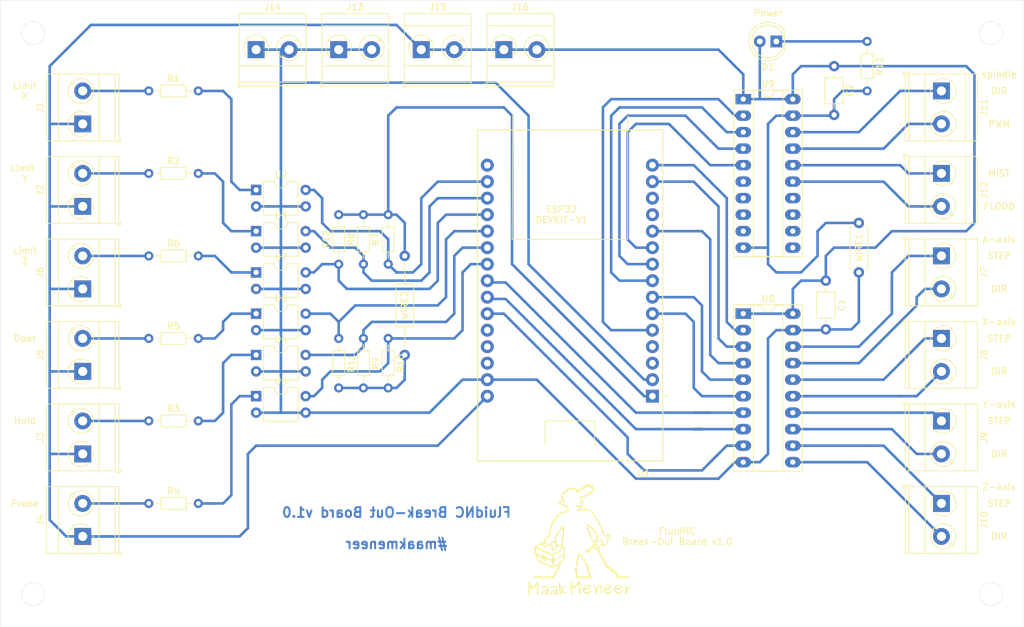
<source format=kicad_pcb>
(kicad_pcb (version 20221018) (generator pcbnew)
  (layers (0 "F.Cu" signal) (31 "B.Cu" signal) (34 "B.Paste" user) (35 "F.Paste" user) (36 "B.SilkS" user "B.Silkscreen") (37 "F.SilkS" user "F.Silkscreen") (38 "B.Mask" user) (39 "F.Mask" user) (44 "Edge.Cuts" user))
  (net 0 "")
  (net 1 "Net-(U1-Pad28)")
  (net 2 "Net-(U1-Pad27)")
  (net 3 "Net-(U1-Pad26)")
  (net 4 "Net-(U1-Pad25)")
  (net 5 "Net-(U1-Pad24)")
  (net 6 "Net-(U1-Pad23)")
  (net 7 "Net-(U1-Pad16)")
  (net 8 "Net-(U1-Pad14)")
  (net 9 "Net-(U1-Pad13)")
  (net 10 "Net-(U1-Pad12)")
  (net 11 "Net-(U1-Pad11)")
  (net 12 "Net-(U1-Pad10)")
  (net 13 "Net-(R10-Pad1)")
  (net 14 "Net-(R9-Pad1)")
  (net 15 "Net-(R12-Pad1)")
  (net 16 "Net-(R11-Pad1)")
  (net 17 "Net-(R8-Pad1)")
  (net 18 "Net-(R7-Pad1)")
  (net 19 "Net-(U1-Pad3)")
  (net 20 "GND")
  (net 21 "Net-(R1-Pad2)")
  (net 22 "Net-(R2-Pad2)")
  (net 23 "Net-(R3-Pad2)")
  (net 24 "Net-(R4-Pad2)")
  (net 25 "Net-(R5-Pad2)")
  (net 26 "Net-(R6-Pad2)")
  (net 27 "+5V")
  (net 28 "Net-(D1-Pad1)")
  (net 29 "Net-(J1-Pad2)")
  (net 30 "Net-(J2-Pad2)")
  (net 31 "Net-(J3-Pad2)")
  (net 32 "Net-(J4-Pad2)")
  (net 33 "Net-(J5-Pad2)")
  (net 34 "Net-(J6-Pad2)")
  (net 35 "+3V3")
  (net 36 "Net-(U1-Pad15)")
  (net 37 "Net-(U1-Pad9)")
  (net 38 "Net-(U1-Pad8)")
  (net 39 "Net-(U1-Pad7)")
  (net 40 "Net-(U1-Pad6)")
  (net 41 "Net-(U1-Pad5)")
  (net 42 "Net-(U1-Pad4)")
  (net 43 "Net-(J7-Pad1)")
  (net 44 "Net-(J7-Pad2)")
  (net 45 "Net-(J8-Pad1)")
  (net 46 "Net-(J8-Pad2)")
  (net 47 "Net-(J9-Pad1)")
  (net 48 "Net-(J9-Pad2)")
  (net 49 "Net-(J10-Pad1)")
  (net 50 "Net-(J10-Pad2)")
  (net 51 "Net-(U9-Pad9)")
  (net 52 "Net-(J11-Pad1)")
  (net 53 "Net-(U9-Pad8)")
  (net 54 "Net-(J11-Pad2)")
  (net 55 "Net-(U9-Pad7)")
  (net 56 "Net-(J12-Pad1)")
  (net 57 "Net-(U9-Pad6)")
  (net 58 "Net-(J12-Pad2)")
  (net 59 "Net-(U9-Pad14)")
  (net 60 "Net-(U9-Pad13)")
  (net 61 "Net-(U9-Pad12)")
  (net 62 "Net-(U9-Pad11)")
  (footprint "Package_DIP:DIP-4_W7.62mm" (layer "F.Cu") (at 100.33 63.5)
    (fp_text reference "U2")
    (fp_text value "PC817")
  )
  (footprint "Package_DIP:DIP-4_W7.62mm" (layer "F.Cu") (at 100.33 69.85)
    (fp_text reference "U3")
    (fp_text value "PC817")
  )
  (footprint "Package_DIP:DIP-4_W7.62mm" (layer "F.Cu") (at 100.33 88.9)
    (fp_text reference "U4")
    (fp_text value "PC817")
  )
  (footprint "Package_DIP:DIP-4_W7.62mm" (layer "F.Cu") (at 100.33 95.25)
    (fp_text reference "U5")
    (fp_text value "PC817")
  )
  (footprint "Package_DIP:DIP-4_W7.62mm" (layer "F.Cu") (at 100.33 82.55)
    (fp_text reference "U6")
    (fp_text value "PC817")
  )
  (footprint "Package_DIP:DIP-4_W7.62mm" (layer "F.Cu") (at 100.33 76.2)
    (fp_text reference "U7")
    (fp_text value "PC817")
  )
  (footprint "Capacitor_THT:C_Axial_L3.8mm_D2.6mm_P7.50mm_Horizontal" (layer "F.Cu") (at 187.96 77.47 -90)
    (fp_text reference "C1")
    (fp_text value "100nF")
  )
  (footprint "Capacitor_THT:C_Axial_L3.8mm_D2.6mm_P7.50mm_Horizontal" (layer "F.Cu") (at 189.23 44.45 -90)
    (fp_text reference "C2")
    (fp_text value "100nF")
  )
  (footprint "LED_THT:LED_D5.0mm" (layer "F.Cu") (at 180.34 40.64 180)
    (fp_text reference "D1")
    (fp_text value "LED")
  )
  (footprint "Resistor_THT:R_Axial_DIN0204_L3.6mm_D1.6mm_P7.62mm_Horizontal" (layer "F.Cu") (at 83.82 48.26)
    (fp_text reference "R1")
    (fp_text value "220")
  )
  (footprint "Resistor_THT:R_Axial_DIN0204_L3.6mm_D1.6mm_P7.62mm_Horizontal" (layer "F.Cu") (at 83.82 60.96)
    (fp_text reference "R2")
    (fp_text value "220")
  )
  (footprint "Resistor_THT:R_Axial_DIN0204_L3.6mm_D1.6mm_P7.62mm_Horizontal" (layer "F.Cu") (at 83.82 99.06)
    (fp_text reference "R3")
    (fp_text value "220")
  )
  (footprint "Resistor_THT:R_Axial_DIN0204_L3.6mm_D1.6mm_P7.62mm_Horizontal" (layer "F.Cu") (at 83.82 111.76)
    (fp_text reference "R4")
    (fp_text value "220")
  )
  (footprint "Resistor_THT:R_Axial_DIN0204_L3.6mm_D1.6mm_P7.62mm_Horizontal" (layer "F.Cu") (at 83.82 86.36)
    (fp_text reference "R5")
    (fp_text value "220")
  )
  (footprint "Resistor_THT:R_Axial_DIN0204_L3.6mm_D1.6mm_P7.62mm_Horizontal" (layer "F.Cu") (at 83.82 73.66)
    (fp_text reference "R6")
    (fp_text value "220")
  )
  (footprint "Resistor_THT:R_Axial_DIN0204_L3.6mm_D1.6mm_P7.62mm_Horizontal" (layer "F.Cu") (at 120.65 74.93 90)
    (fp_text reference "R7")
    (fp_text value "10k")
  )
  (footprint "Resistor_THT:R_Axial_DIN0204_L3.6mm_D1.6mm_P7.62mm_Horizontal" (layer "F.Cu") (at 116.84 74.93 90)
    (fp_text reference "R8")
    (fp_text value "10k")
  )
  (footprint "Resistor_THT:R_Axial_DIN0204_L3.6mm_D1.6mm_P7.62mm_Horizontal" (layer "F.Cu") (at 116.84 86.36 -90)
    (fp_text reference "R9")
    (fp_text value "10k")
  )
  (footprint "Resistor_THT:R_Axial_DIN0204_L3.6mm_D1.6mm_P7.62mm_Horizontal" (layer "F.Cu") (at 120.65 86.36 -90)
    (fp_text reference "R10")
    (fp_text value "10k")
  )
  (footprint "Resistor_THT:R_Axial_DIN0204_L3.6mm_D1.6mm_P7.62mm_Horizontal" (layer "F.Cu") (at 113.03 86.36 -90)
    (fp_text reference "R11")
    (fp_text value "10k")
  )
  (footprint "Resistor_THT:R_Axial_DIN0204_L3.6mm_D1.6mm_P7.62mm_Horizontal" (layer "F.Cu") (at 113.03 74.93 90)
    (fp_text reference "R12")
    (fp_text value "10k")
  )
  (footprint "Resistor_THT:R_Axial_DIN0204_L3.6mm_D1.6mm_P7.62mm_Horizontal" (layer "F.Cu") (at 194.31 40.64 -90)
    (fp_text reference "R13")
    (fp_text value "330")
  )
  (footprint "ESP32-DEVKIT-V1:MODULE_ESP32_DEVKIT_V1" (layer "F.Cu") (at 148.59 79.735 180)
    (fp_text reference "U1")
    (fp_text value "ESP32-DEVKIT-V1")
  )
  (footprint "Package_DIP:DIP-20_W7.62mm_Socket_LongPads" (layer "F.Cu") (at 175.26 82.55)
    (fp_text reference "U8")
    (fp_text value "74HC245n")
  )
  (footprint "Package_DIP:DIP-20_W7.62mm_Socket_LongPads" (layer "F.Cu") (at 175.26 49.53)
    (fp_text reference "U9")
    (fp_text value "74HC245n")
  )
  (footprint "TerminalBlock_MetzConnect:TerminalBlock_MetzConnect_Type073_RT02602HBLU_1x02_P5.08mm_Horizontal" (layer "F.Cu") (at 73.66 53.34 90)
    (fp_text reference "J1")
    (fp_text value "X_Limit")
  )
  (footprint "TerminalBlock_MetzConnect:TerminalBlock_MetzConnect_Type073_RT02602HBLU_1x02_P5.08mm_Horizontal" (layer "F.Cu") (at 73.66 66.04 90)
    (fp_text reference "J2")
    (fp_text value "Y_Limit")
  )
  (footprint "TerminalBlock_MetzConnect:TerminalBlock_MetzConnect_Type073_RT02602HBLU_1x02_P5.08mm_Horizontal" (layer "F.Cu") (at 73.66 104.14 90)
    (fp_text reference "J3")
    (fp_text value "Hold")
  )
  (footprint "TerminalBlock_MetzConnect:TerminalBlock_MetzConnect_Type073_RT02602HBLU_1x02_P5.08mm_Horizontal" (layer "F.Cu") (at 73.66 116.84 90)
    (fp_text reference "J4")
    (fp_text value "Probe")
  )
  (footprint "TerminalBlock_MetzConnect:TerminalBlock_MetzConnect_Type073_RT02602HBLU_1x02_P5.08mm_Horizontal" (layer "F.Cu") (at 73.66 91.44 90)
    (fp_text reference "J5")
    (fp_text value "Door")
  )
  (footprint "TerminalBlock_MetzConnect:TerminalBlock_MetzConnect_Type073_RT02602HBLU_1x02_P5.08mm_Horizontal" (layer "F.Cu") (at 73.66 78.74 90)
    (fp_text reference "J6")
    (fp_text value "Z_Limit")
  )
  (footprint "TerminalBlock_MetzConnect:TerminalBlock_MetzConnect_Type073_RT02602HBLU_1x02_P5.08mm_Horizontal" (layer "F.Cu") (at 205.74 73.66 -90)
    (fp_text reference "J7")
    (fp_text value "A_stepdir")
  )
  (footprint "TerminalBlock_MetzConnect:TerminalBlock_MetzConnect_Type073_RT02602HBLU_1x02_P5.08mm_Horizontal" (layer "F.Cu") (at 205.74 86.36 -90)
    (fp_text reference "J8")
    (fp_text value "X_stepdir")
  )
  (footprint "TerminalBlock_MetzConnect:TerminalBlock_MetzConnect_Type073_RT02602HBLU_1x02_P5.08mm_Horizontal" (layer "F.Cu") (at 205.74 99.06 -90)
    (fp_text reference "J9")
    (fp_text value "Y_stepdir")
  )
  (footprint "TerminalBlock_MetzConnect:TerminalBlock_MetzConnect_Type073_RT02602HBLU_1x02_P5.08mm_Horizontal" (layer "F.Cu") (at 205.74 111.76 -90)
    (fp_text reference "J10")
    (fp_text value "Z_stepdir")
  )
  (footprint "TerminalBlock_MetzConnect:TerminalBlock_MetzConnect_Type073_RT02602HBLU_1x02_P5.08mm_Horizontal" (layer "F.Cu") (at 205.74 48.26 -90)
    (fp_text reference "J11")
    (fp_text value "spindle_pwm_dir")
  )
  (footprint "TerminalBlock_MetzConnect:TerminalBlock_MetzConnect_Type073_RT02602HBLU_1x02_P5.08mm_Horizontal" (layer "F.Cu") (at 205.74 60.96 -90)
    (fp_text reference "J12")
    (fp_text value "Flood_Mist")
  )
  (footprint "Resistor_THT:R_Axial_DIN0207_L6.3mm_D2.5mm_P7.62mm_Horizontal" (layer "F.Cu") (at 193.04 68.58 -90)
    (fp_text reference "WIRE1")
    (fp_text value "0")
  )
  (footprint "Resistor_THT:R_Axial_DIN0207_L6.3mm_D2.5mm_P15.24mm_Horizontal" (layer "F.Cu") (at 123.19 88.9 90)
    (fp_text reference "WIRE2")
    (fp_text value "0")
  )
  (footprint "Pictures:maakmeneerlogo" (layer "F.Cu") (at 149.86 127)
    (fp_text reference "G***" hide)
    (fp_text value "LOGO" hide)
  )
  (footprint "TerminalBlock_MetzConnect:TerminalBlock_MetzConnect_Type073_RT02602HBLU_1x02_P5.08mm_Horizontal" (layer "F.Cu") (at 113.03 41.91)
    (fp_text reference "J13")
    (fp_text value "GND")
  )
  (footprint "TerminalBlock_MetzConnect:TerminalBlock_MetzConnect_Type073_RT02602HBLU_1x02_P5.08mm_Horizontal" (layer "F.Cu") (at 100.33 41.91)
    (fp_text reference "J14")
    (fp_text value "GND")
  )
  (footprint "TerminalBlock_MetzConnect:TerminalBlock_MetzConnect_Type073_RT02602HBLU_1x02_P5.08mm_Horizontal" (layer "F.Cu") (at 125.73 41.91)
    (fp_text reference "J15")
    (fp_text value "+5v")
  )
  (footprint "TerminalBlock_MetzConnect:TerminalBlock_MetzConnect_Type073_RT02602HBLU_1x02_P5.08mm_Horizontal" (layer "F.Cu") (at 138.43 41.91)
    (fp_text reference "J16")
    (fp_text value "+5v")
  )
  (gr_line (start 139.81 51.995) (end 139.7 71.12) (stroke (width 0.12)) (layer "F.SilkS"))
  (gr_line (start 144.78 102.87) (end 144.78 99.06) (stroke (width 0.12)) (layer "F.SilkS"))
  (gr_line (start 152.4 99.06) (end 152.4 102.87) (stroke (width 0.12)) (layer "F.SilkS"))
  (gr_line (start 144.78 99.06) (end 152.4 99.06) (stroke (width 0.12)) (layer "F.SilkS"))
  (gr_line (start 157.48 71.12) (end 157.48 52.07) (stroke (width 0.12)) (layer "F.SilkS"))
  (gr_line (start 139.7 71.12) (end 157.48 71.12) (stroke (width 0.12)) (layer "F.SilkS"))
  (gr_line (start 60.96 130.81) (end 60.96 34.29) (stroke (width 0.05)) (layer "Edge.Cuts"))
  (gr_circle (center 66.04 39.37) (end 67.31 40.64) (stroke (width 0.05)) (fill none) (layer "Edge.Cuts"))
  (gr_line (start 218.44 34.29) (end 218.44 130.81) (stroke (width 0.05)) (layer "Edge.Cuts"))
  (gr_circle (center 213.36 125.73) (end 214.63 127) (stroke (width 0.05)) (fill none) (layer "Edge.Cuts"))
  (gr_circle (center 66.04 125.73) (end 67.31 127) (stroke (width 0.05)) (fill none) (layer "Edge.Cuts"))
  (gr_circle (center 213.36 39.37) (end 214.63 40.64) (stroke (width 0.05)) (fill none) (layer "Edge.Cuts"))
  (gr_line (start 60.96 34.29) (end 218.44 34.29) (stroke (width 0.05)) (layer "Edge.Cuts"))
  (gr_line (start 218.44 130.81) (end 60.96 130.81) (stroke (width 0.05)) (layer "Edge.Cuts"))
  (gr_text "FluidNC Break-Out Board v1.0\n\n#maakmeneer" (at 121.92 115.57) (layer "B.Cu") (effects (font (size 1.5 1.5) (thickness 0.3)) (justify mirror)))
  (gr_text "spindle" (at 214.63 45.72) (layer "F.SilkS") (effects (font (size 1 1))))
  (gr_text "Limit\nX\n" (at 64.77 48.26) (layer "F.SilkS") (effects (font (size 1 1))))
  (gr_text "Probe" (at 64.77 111.76) (layer "F.SilkS") (effects (font (size 1 1))))
  (gr_text "Door" (at 64.77 86.36) (layer "F.SilkS") (effects (font (size 1 1))))
  (gr_text "FluidNC\nBreak-Out Board v1.0" (at 165.1 116.84) (layer "F.SilkS") (effects (font (size 1 1))))
  (gr_text "STEP" (at 214.63 86.36) (layer "F.SilkS") (effects (font (size 1 1))))
  (gr_text "DIR" (at 214.63 104.14) (layer "F.SilkS") (effects (font (size 1 1))))
  (gr_text "DIR" (at 214.63 78.74) (layer "F.SilkS") (effects (font (size 1 1))))
  (gr_text "Y-axis" (at 214.63 96.52) (layer "F.SilkS") (effects (font (size 1 1))))
  (gr_text "PWM" (at 214.63 53.34) (layer "F.SilkS") (effects (font (size 1 1))))
  (gr_text "ESP32\nDEVKIT-V1" (at 147.32 67.31) (layer "F.SilkS") (effects (font (size 1 1))))
  (gr_text "A-axis" (at 214.63 71.12) (layer "F.SilkS") (effects (font (size 1 1))))
  (gr_text "FLOOD" (at 214.63 66.04) (layer "F.SilkS") (effects (font (size 1 1))))
  (gr_text "Hold" (at 64.77 99.06) (layer "F.SilkS") (effects (font (size 1 1))))
  (gr_text "Limit \nY" (at 64.77 60.96) (layer "F.SilkS") (effects (font (size 1 1))))
  (gr_text "Limit\nZ" (at 64.77 73.66) (layer "F.SilkS") (effects (font (size 1 1))))
  (gr_text "Power" (at 176.784 36.83) (layer "F.SilkS") (effects (font (size 1 1)) (justify left bottom)))
  (gr_text "DIR" (at 214.63 116.84) (layer "F.SilkS") (effects (font (size 1 1))))
  (gr_text "MIST" (at 214.63 60.96) (layer "F.SilkS") (effects (font (size 1 1))))
  (gr_text "DIR" (at 214.63 91.44) (layer "F.SilkS") (effects (font (size 1 1))))
  (gr_text "Z-Axis" (at 214.63 109.22) (layer "F.SilkS") (effects (font (size 1 1))))
  (gr_text "DIR" (at 214.63 48.26) (layer "F.SilkS") (effects (font (size 1 1))))
  (gr_text "STEP" (at 214.63 73.66) (layer "F.SilkS") (effects (font (size 1 1))))
  (gr_text "X-axis" (at 214.63 83.82) (layer "F.SilkS") (effects (font (size 1 1))))
  (gr_text "STEP" (at 214.63 111.76) (layer "F.SilkS") (effects (font (size 1 1))))
  (gr_text "STEP" (at 214.63 99.06) (layer "F.SilkS") (effects (font (size 1 1))))
  (segment (start 168.91 106.68) (end 170.18 105.41) (width 0.4) (layer "B.Cu") (net 4))
  (segment (start 173.99 102.87) (end 175.26 102.87) (width 0.4) (layer "B.Cu") (net 4))
  (segment (start 157.48 101.6) (end 157.48 104.14) (width 0.4) (layer "B.Cu") (net 4))
  (segment (start 170.18 105.41) (end 172.72 102.87) (width 0.4) (layer "B.Cu") (net 4))
  (segment (start 138.43 82.55) (end 157.48 101.6) (width 0.4) (layer "B.Cu") (net 4))
  (segment (start 172.72 102.87) (end 175.26 102.87) (width 0.4) (layer "B.Cu") (net 4))
  (segment (start 160.02 106.68) (end 168.91 106.68) (width 0.4) (layer "B.Cu") (net 4))
  (segment (start 157.48 104.14) (end 158.75 105.41) (width 0.4) (layer "B.Cu") (net 4))
  (segment (start 170.18 105.41) (end 171.45 104.14) (width 0.4) (layer "B.Cu") (net 4))
  (segment (start 135.89 82.55) (end 138.43 82.55) (width 0.4) (layer "B.Cu") (net 4))
  (segment (start 158.75 105.41) (end 160.02 106.68) (width 0.4) (layer "B.Cu") (net 4))
  (segment (start 167.64 100.33) (end 168.91 100.33) (width 0.4) (layer "B.Cu") (net 5))
  (segment (start 138.155 80.285) (end 138.705 80.285) (width 0.4) (layer "B.Cu") (net 5))
  (segment (start 157.48 99.06) (end 158.75 100.33) (width 0.4) (layer "B.Cu") (net 5))
  (segment (start 167.64 100.33) (end 175.26 100.33) (width 0.4) (layer "B.Cu") (net 5))
  (segment (start 173.81 100.33) (end 175.26 100.33) (width 0.4) (layer "B.Cu") (net 5))
  (segment (start 138.705 80.285) (end 157.48 99.06) (width 0.4) (layer "B.Cu") (net 5))
  (segment (start 135.89 80.285) (end 138.155 80.285) (width 0.4) (layer "B.Cu") (net 5))
  (segment (start 158.75 100.33) (end 168.91 100.33) (width 0.4) (layer "B.Cu") (net 5))
  (segment (start 158.75 97.79) (end 167.64 97.79) (width 0.4) (layer "B.Cu") (net 6))
  (segment (start 138.705 77.745) (end 157.48 96.52) (width 0.4) (layer "B.Cu") (net 6))
  (segment (start 173.99 97.79) (end 175.26 97.79) (width 0.4) (layer "B.Cu") (net 6))
  (segment (start 135.89 77.745) (end 138.705 77.745) (width 0.4) (layer "B.Cu") (net 6))
  (segment (start 167.64 97.79) (end 170.18 97.79) (width 0.4) (layer "B.Cu") (net 6))
  (segment (start 167.64 97.79) (end 175.26 97.79) (width 0.4) (layer "B.Cu") (net 6))
  (segment (start 157.48 96.52) (end 158.75 97.79) (width 0.4) (layer "B.Cu") (net 6))
  (segment (start 167.64 62.23) (end 171.45 66.04) (width 0.4) (layer "B.Cu") (net 8))
  (segment (start 161.29 62.23) (end 167.64 62.23) (width 0.4) (layer "B.Cu") (net 8))
  (segment (start 171.45 86.36) (end 171.45 66.04) (width 0.4) (layer "B.Cu") (net 8))
  (segment (start 175.26 87.63) (end 172.72 87.63) (width 0.4) (layer "B.Cu") (net 8))
  (segment (start 172.72 87.63) (end 171.45 86.36) (width 0.4) (layer "B.Cu") (net 8))
  (segment (start 168.91 69.85) (end 170.18 71.12) (width 0.4) (layer "B.Cu") (net 11))
  (segment (start 170.18 88.9) (end 171.45 90.17) (width 0.4) (layer "B.Cu") (net 11))
  (segment (start 171.45 90.17) (end 175.26 90.17) (width 0.4) (layer "B.Cu") (net 11))
  (segment (start 170.18 71.12) (end 170.18 88.9) (width 0.4) (layer "B.Cu") (net 11))
  (segment (start 161.29 69.85) (end 168.91 69.85) (width 0.4) (layer "B.Cu") (net 11))
  (segment (start 161.29 72.39) (end 158.75 72.39) (width 0.4) (layer "B.Cu") (net 12))
  (segment (start 170.18 59.69) (end 175.26 59.69) (width 0.4) (layer "B.Cu") (net 12))
  (segment (start 163.83 53.34) (end 168.91 58.42) (width 0.4) (layer "B.Cu") (net 12))
  (segment (start 158.75 53.34) (end 163.83 53.34) (width 0.4) (layer "B.Cu") (net 12))
  (segment (start 157.48 54.61) (end 158.75 53.34) (width 0.4) (layer "B.Cu") (net 12))
  (segment (start 168.91 58.42) (end 170.18 59.69) (width 0.4) (layer "B.Cu") (net 12))
  (segment (start 157.48 71.12) (end 157.48 54.61) (width 0.4) (layer "B.Cu") (net 12))
  (segment (start 158.75 72.39) (end 157.48 71.12) (width 0.4) (layer "B.Cu") (net 12))
  (segment (start 120.65 86.36) (end 120.65 88.9) (width 0.4) (layer "B.Cu") (net 13))
  (segment (start 132.08 85.09) (end 130.81 86.36) (width 0.4) (layer "B.Cu") (net 13))
  (segment (start 111.76 91.44) (end 110.49 92.71) (width 0.4) (layer "B.Cu") (net 13))
  (segment (start 130.81 86.36) (end 123.19 86.36) (width 0.4) (layer "B.Cu") (net 13))
  (segment (start 132.08 76.2) (end 132.08 85.09) (width 0.4) (layer "B.Cu") (net 13))
  (segment (start 119.38 91.44) (end 111.76 91.44) (width 0.4) (layer "B.Cu") (net 13))
  (segment (start 123.19 86.36) (end 120.65 86.36) (width 0.4) (layer "B.Cu") (net 13))
  (segment (start 133.35 74.93) (end 132.08 76.2) (width 0.4) (layer "B.Cu") (net 13))
  (segment (start 109.22 95.25) (end 107.95 95.25) (width 0.4) (layer "B.Cu") (net 13))
  (segment (start 120.65 90.17) (end 119.38 91.44) (width 0.4) (layer "B.Cu") (net 13))
  (segment (start 135.89 74.93) (end 133.35 74.93) (width 0.4) (layer "B.Cu") (net 13))
  (segment (start 120.65 88.9) (end 120.65 90.17) (width 0.4) (layer "B.Cu") (net 13))
  (segment (start 110.49 92.71) (end 110.49 93.98) (width 0.4) (layer "B.Cu") (net 13))
  (segment (start 110.49 93.98) (end 109.22 95.25) (width 0.4) (layer "B.Cu") (net 13))
  (segment (start 135.89 72.39) (end 132.08 72.39) (width 0.4) (layer "B.Cu") (net 14))
  (segment (start 115.57 88.9) (end 116.84 87.63) (width 0.4) (layer "B.Cu") (net 14))
  (segment (start 130.81 82.55) (end 129.54 83.82) (width 0.4) (layer "B.Cu") (net 14))
  (segment (start 130.81 73.66) (end 130.81 82.55) (width 0.4) (layer "B.Cu") (net 14))
  (segment (start 132.08 72.39) (end 130.81 73.66) (width 0.4) (layer "B.Cu") (net 14))
  (segment (start 118.11 83.82) (end 116.84 85.09) (width 0.4) (layer "B.Cu") (net 14))
  (segment (start 129.54 83.82) (end 118.11 83.82) (width 0.4) (layer "B.Cu") (net 14))
  (segment (start 107.95 88.9) (end 115.57 88.9) (width 0.4) (layer "B.Cu") (net 14))
  (segment (start 116.84 87.63) (end 116.84 86.36) (width 0.4) (layer "B.Cu") (net 14))
  (segment (start 116.84 85.09) (end 116.84 86.36) (width 0.4) (layer "B.Cu") (net 14))
  (segment (start 128.27 68.58) (end 128.27 77.47) (width 0.4) (layer "B.Cu") (net 15))
  (segment (start 110.49 74.93) (end 113.03 74.93) (width 0.4) (layer "B.Cu") (net 15))
  (segment (start 129.54 67.31) (end 128.27 68.58) (width 0.4) (layer "B.Cu") (net 15))
  (segment (start 107.95 76.2) (end 109.22 76.2) (width 0.4) (layer "B.Cu") (net 15))
  (segment (start 135.89 67.31) (end 129.54 67.31) (width 0.4) (layer "B.Cu") (net 15))
  (segment (start 114.3 78.74) (end 113.03 77.47) (width 0.4) (layer "B.Cu") (net 15))
  (segment (start 115.57 78.74) (end 114.3 78.74) (width 0.4) (layer "B.Cu") (net 15))
  (segment (start 109.22 76.2) (end 110.49 74.93) (width 0.4) (layer "B.Cu") (net 15))
  (segment (start 113.03 77.47) (end 113.03 74.93) (width 0.4) (layer "B.Cu") (net 15))
  (segment (start 128.27 77.47) (end 127 78.74) (width 0.4) (layer "B.Cu") (net 15))
  (segment (start 127 78.74) (end 115.57 78.74) (width 0.4) (layer "B.Cu") (net 15))
  (segment (start 115.57 81.28) (end 113.03 83.82) (width 0.4) (layer "B.Cu") (net 16))
  (segment (start 113.03 83.82) (end 113.03 86.36) (width 0.4) (layer "B.Cu") (net 16))
  (segment (start 107.95 82.55) (end 111.76 82.55) (width 0.4) (layer "B.Cu") (net 16))
  (segment (start 123.19 81.28) (end 115.57 81.28) (width 0.4) (layer "B.Cu") (net 16))
  (segment (start 129.54 71.12) (end 129.54 80.01) (width 0.4) (layer "B.Cu") (net 16))
  (segment (start 128.27 81.28) (end 124.46 81.28) (width 0.4) (layer "B.Cu") (net 16))
  (segment (start 135.89 69.85) (end 130.81 69.85) (width 0.4) (layer "B.Cu") (net 16))
  (segment (start 130.81 69.85) (end 129.54 71.12) (width 0.4) (layer "B.Cu") (net 16))
  (segment (start 123.19 81.28) (end 124.46 81.28) (width 0.4) (layer "B.Cu") (net 16))
  (segment (start 111.76 82.55) (end 113.03 83.82) (width 0.4) (layer "B.Cu") (net 16))
  (segment (start 129.54 80.01) (end 128.27 81.28) (width 0.4) (layer "B.Cu") (net 16))
  (segment (start 124.46 77.47) (end 118.11 77.47) (width 0.4) (layer "B.Cu") (net 17))
  (segment (start 109.22 69.85) (end 110.49 71.12) (width 0.4) (layer "B.Cu") (net 17))
  (segment (start 110.49 71.12) (end 111.76 72.39) (width 0.4) (layer "B.Cu") (net 17))
  (segment (start 127 76.2) (end 125.73 77.47) (width 0.4) (layer "B.Cu") (net 17))
  (segment (start 128.27 64.77) (end 127 66.04) (width 0.4) (layer "B.Cu") (net 17))
  (segment (start 107.95 69.85) (end 109.22 69.85) (width 0.4) (layer "B.Cu") (net 17))
  (segment (start 127 66.04) (end 127 76.2) (width 0.4) (layer "B.Cu") (net 17))
  (segment (start 111.76 72.39) (end 115.57 72.39) (width 0.4) (layer "B.Cu") (net 17))
  (segment (start 115.57 72.39) (end 116.84 73.66) (width 0.4) (layer "B.Cu") (net 17))
  (segment (start 135.89 64.77) (end 128.27 64.77) (width 0.4) (layer "B.Cu") (net 17))
  (segment (start 125.73 77.47) (end 124.46 77.47) (width 0.4) (layer "B.Cu") (net 17))
  (segment (start 118.11 77.47) (end 116.84 76.2) (width 0.4) (layer "B.Cu") (net 17))
  (segment (start 116.84 76.2) (end 116.84 74.93) (width 0.4) (layer "B.Cu") (net 17))
  (segment (start 116.84 73.66) (end 116.84 74.93) (width 0.4) (layer "B.Cu") (net 17))
  (segment (start 107.95 63.5) (end 109.22 63.5) (width 0.4) (layer "B.Cu") (net 18))
  (segment (start 110.49 64.77) (end 110.49 68.58) (width 0.4) (layer "B.Cu") (net 18))
  (segment (start 119.38 69.85) (end 120.65 71.12) (width 0.4) (layer "B.Cu") (net 18))
  (segment (start 120.65 72.39) (end 120.65 74.93) (width 0.4) (layer "B.Cu") (net 18))
  (segment (start 111.76 69.85) (end 119.38 69.85) (width 0.4) (layer "B.Cu") (net 18))
  (segment (start 124.46 76.2) (end 125.73 74.93) (width 0.4) (layer "B.Cu") (net 18))
  (segment (start 121.92 76.2) (end 124.46 76.2) (width 0.4) (layer "B.Cu") (net 18))
  (segment (start 109.22 63.5) (end 110.49 64.77) (width 0.4) (layer "B.Cu") (net 18))
  (segment (start 110.49 68.58) (end 111.76 69.85) (width 0.4) (layer "B.Cu") (net 18))
  (segment (start 120.65 71.12) (end 120.65 74.93) (width 0.4) (layer "B.Cu") (net 18))
  (segment (start 135.89 62.23) (end 128.27 62.23) (width 0.4) (layer "B.Cu") (net 18))
  (segment (start 128.27 62.23) (end 125.73 64.77) (width 0.4) (layer "B.Cu") (net 18))
  (segment (start 125.73 64.77) (end 125.73 74.93) (width 0.4) (layer "B.Cu") (net 18))
  (segment (start 120.65 74.93) (end 121.92 76.2) (width 0.4) (layer "B.Cu") (net 18))
  (segment (start 132.08 92.71) (end 135.89 92.71) (width 0.4) (layer "B.Cu") (net 20))
  (segment (start 179.07 53.34) (end 179.07 72.39) (width 0.4) (layer "B.Cu") (net 20))
  (segment (start 127 97.79) (end 132.08 92.71) (width 0.4) (layer "B.Cu") (net 20))
  (segment (start 187.84 85.09) (end 187.96 84.97) (width 0.4) (layer "B.Cu") (net 20))
  (segment (start 191.89 84.97) (end 193.04 83.82) (width 0.4) (layer "B.Cu") (net 20))
  (segment (start 158.75 107.95) (end 171.45 107.95) (width 0.4) (layer "B.Cu") (net 20))
  (segment (start 160.02 92.71) (end 161.29 92.71) (width 0.4) (layer "B.Cu") (net 20))
  (segment (start 135.89 92.71) (end 143.51 92.71) (width 0.4) (layer "B.Cu") (net 20))
  (segment (start 173.99 105.41) (end 175.26 105.41) (width 0.4) (layer "B.Cu") (net 20))
  (segment (start 179.07 104.14) (end 179.07 86.36) (width 0.4) (layer "B.Cu") (net 20))
  (segment (start 137.16 46.99) (end 104.14 46.99) (width 0.4) (layer "B.Cu") (net 20))
  (segment (start 104.14 91.44) (end 107.95 91.44) (width 0.4) (layer "B.Cu") (net 20))
  (segment (start 104.14 66.04) (end 107.95 66.04) (width 0.4) (layer "B.Cu") (net 20))
  (segment (start 142.24 73.66) (end 142.24 74.93) (width 0.4) (layer "B.Cu") (net 20))
  (segment (start 189.23 49.53) (end 189.23 51.95) (width 0.4) (layer "B.Cu") (net 20))
  (segment (start 104.14 41.91) (end 105.41 41.91) (width 0.4) (layer "B.Cu") (net 20))
  (segment (start 104.14 78.74) (end 104.14 85.09) (width 0.4) (layer "B.Cu") (net 20))
  (segment (start 171.45 107.95) (end 173.99 105.41) (width 0.4) (layer "B.Cu") (net 20))
  (segment (start 179.07 74.93) (end 180.34 76.2) (width 0.4) (layer "B.Cu") (net 20))
  (segment (start 175.26 72.39) (end 179.07 72.39) (width 0.4) (layer "B.Cu") (net 20))
  (segment (start 104.14 78.74) (end 107.95 78.74) (width 0.4) (layer "B.Cu") (net 20))
  (segment (start 100.33 78.74) (end 104.14 78.74) (width 0.4) (layer "B.Cu") (net 20))
  (segment (start 179.07 86.36) (end 180.34 85.09) (width 0.4) (layer "B.Cu") (net 20))
  (segment (start 182.88 52.07) (end 180.34 52.07) (width 0.4) (layer "B.Cu") (net 20))
  (segment (start 182.88 85.09) (end 187.84 85.09) (width 0.4) (layer "B.Cu") (net 20))
  (segment (start 186.69 73.66) (end 186.69 69.85) (width 0.4) (layer "B.Cu") (net 20))
  (segment (start 104.14 48.26) (end 104.14 66.04) (width 0.4) (layer "B.Cu") (net 20))
  (segment (start 180.34 52.07) (end 179.07 53.34) (width 0.4) (layer "B.Cu") (net 20))
  (segment (start 182.88 52.07) (end 189.11 52.07) (width 0.4) (layer "B.Cu") (net 20))
  (segment (start 100.33 41.91) (end 104.14 41.91) (width 0.4) (layer "B.Cu") (net 20))
  (segment (start 142.24 52.07) (end 137.16 46.99) (width 0.4) (layer "B.Cu") (net 20))
  (segment (start 184.15 76.2) (end 186.69 73.66) (width 0.4) (layer "B.Cu") (net 20))
  (segment (start 100.33 97.79) (end 107.95 97.79) (width 0.4) (layer "B.Cu") (net 20))
  (segment (start 100.33 66.04) (end 104.14 66.04) (width 0.4) (layer "B.Cu") (net 20))
  (segment (start 193.04 83.82) (end 193.04 76.2) (width 0.4) (layer "B.Cu") (net 20))
  (segment (start 107.95 97.79) (end 127 97.79) (width 0.4) (layer "B.Cu") (net 20))
  (segment (start 104.14 85.09) (end 104.14 91.44) (width 0.4) (layer "B.Cu") (net 20))
  (segment (start 180.34 76.2) (end 184.15 76.2) (width 0.4) (layer "B.Cu") (net 20))
  (segment (start 100.33 85.09) (end 104.14 85.09) (width 0.4) (layer "B.Cu") (net 20))
  (segment (start 104.14 66.04) (end 104.14 72.39) (width 0.4) (layer "B.Cu") (net 20))
  (segment (start 104.14 85.09) (end 107.95 85.09) (width 0.4) (layer "B.Cu") (net 20))
  (segment (start 104.14 72.39) (end 107.95 72.39) (width 0.4) (layer "B.Cu") (net 20))
  (segment (start 175.26 105.41) (end 177.8 105.41) (width 0.4) (layer "B.Cu") (net 20))
  (segment (start 186.69 69.85) (end 187.96 68.58) (width 0.4) (layer "B.Cu") (net 20))
  (segment (start 142.24 74.93) (end 160.02 92.71) (width 0.4) (layer "B.Cu") (net 20))
  (segment (start 142.24 73.66) (end 142.24 52.07) (width 0.4) (layer "B.Cu") (net 20))
  (segment (start 177.8 105.41) (end 179.07 104.14) (width 0.4) (layer "B.Cu") (net 20))
  (segment (start 194.31 48.26) (end 190.5 48.26) (width 0.4) (layer "B.Cu") (net 20))
  (segment (start 104.14 48.26) (end 104.14 41.91) (width 0.4) (layer "B.Cu") (net 20))
  (segment (start 190.5 48.26) (end 189.23 49.53) (width 0.4) (layer "B.Cu") (net 20))
  (segment (start 105.41 41.91) (end 113.03 41.91) (width 0.4) (layer "B.Cu") (net 20))
  (segment (start 100.33 72.39) (end 104.14 72.39) (width 0.4) (layer "B.Cu") (net 20))
  (segment (start 104.14 91.44) (end 104.14 97.79) (width 0.4) (layer "B.Cu") (net 20))
  (segment (start 143.51 92.71) (end 158.75 107.95) (width 0.4) (layer "B.Cu") (net 20))
  (segment (start 113.03 41.91) (end 118.11 41.91) (width 0.4) (layer "B.Cu") (net 20))
  (segment (start 187.96 68.58) (end 193.04 68.58) (width 0.4) (layer "B.Cu") (net 20))
  (segment (start 187.96 84.97) (end 191.89 84.97) (width 0.4) (layer "B.Cu") (net 20))
  (segment (start 100.33 91.44) (end 104.14 91.44) (width 0.4) (layer "B.Cu") (net 20))
  (segment (start 189.11 52.07) (end 189.23 51.95) (width 0.4) (layer "B.Cu") (net 20))
  (segment (start 179.07 72.39) (end 179.07 74.93) (width 0.4) (layer "B.Cu") (net 20))
  (segment (start 180.34 85.09) (end 182.88 85.09) (width 0.4) (layer "B.Cu") (net 20))
  (segment (start 104.14 78.74) (end 104.14 72.39) (width 0.4) (layer "B.Cu") (net 20))
  (segment (start 97.79 63.5) (end 96.52 62.23) (width 0.4) (layer "B.Cu") (net 21))
  (segment (start 96.52 62.23) (end 96.52 49.53) (width 0.4) (layer "B.Cu") (net 21))
  (segment (start 95.25 48.26) (end 91.44 48.26) (width 0.4) (layer "B.Cu") (net 21))
  (segment (start 96.52 49.53) (end 95.25 48.26) (width 0.4) (layer "B.Cu") (net 21))
  (segment (start 100.33 63.5) (end 97.79 63.5) (width 0.4) (layer "B.Cu") (net 21))
  (segment (start 93.98 60.96) (end 95.25 62.23) (width 0.4) (layer "B.Cu") (net 22))
  (segment (start 95.25 68.58) (end 96.52 69.85) (width 0.4) (layer "B.Cu") (net 22))
  (segment (start 96.52 69.85) (end 100.33 69.85) (width 0.4) (layer "B.Cu") (net 22))
  (segment (start 91.44 60.96) (end 93.98 60.96) (width 0.4) (layer "B.Cu") (net 22))
  (segment (start 95.25 62.23) (end 95.25 68.58) (width 0.4) (layer "B.Cu") (net 22))
  (segment (start 93.98 99.06) (end 95.25 97.79) (width 0.4) (layer "B.Cu") (net 23))
  (segment (start 91.44 99.06) (end 93.98 99.06) (width 0.4) (layer "B.Cu") (net 23))
  (segment (start 95.25 90.17) (end 96.52 88.9) (width 0.4) (layer "B.Cu") (net 23))
  (segment (start 95.25 97.79) (end 95.25 90.17) (width 0.4) (layer "B.Cu") (net 23))
  (segment (start 96.52 88.9) (end 100.33 88.9) (width 0.4) (layer "B.Cu") (net 23))
  (segment (start 96.52 96.52) (end 96.52 110.49) (width 0.4) (layer "B.Cu") (net 24))
  (segment (start 95.25 111.76) (end 92.71 111.76) (width 0.4) (layer "B.Cu") (net 24))
  (segment (start 91.44 111.76) (end 93.98 111.76) (width 0.4) (layer "B.Cu") (net 24))
  (segment (start 100.33 95.25) (end 97.79 95.25) (width 0.4) (layer "B.Cu") (net 24))
  (segment (start 96.52 110.49) (end 95.25 111.76) (width 0.4) (layer "B.Cu") (net 24))
  (segment (start 97.79 95.25) (end 96.52 96.52) (width 0.4) (layer "B.Cu") (net 24))
  (segment (start 93.98 86.36) (end 95.25 85.09) (width 0.4) (layer "B.Cu") (net 25))
  (segment (start 95.25 85.09) (end 95.25 83.82) (width 0.4) (layer "B.Cu") (net 25))
  (segment (start 96.52 82.55) (end 100.33 82.55) (width 0.4) (layer "B.Cu") (net 25))
  (segment (start 91.44 86.36) (end 93.98 86.36) (width 0.4) (layer "B.Cu") (net 25))
  (segment (start 95.25 83.82) (end 96.52 82.55) (width 0.4) (layer "B.Cu") (net 25))
  (segment (start 96.52 76.2) (end 100.33 76.2) (width 0.4) (layer "B.Cu") (net 26))
  (segment (start 91.44 73.66) (end 93.98 73.66) (width 0.4) (layer "B.Cu") (net 26))
  (segment (start 93.98 73.66) (end 96.52 76.2) (width 0.4) (layer "B.Cu") (net 26))
  (segment (start 128.27 102.87) (end 135.89 95.25) (width 0.4) (layer "B.Cu") (net 27))
  (segment (start 68.58 114.3) (end 71.12 116.84) (width 0.4) (layer "B.Cu") (net 27))
  (segment (start 187.96 77.47) (end 187.96 73.66) (width 0.4) (layer "B.Cu") (net 27))
  (segment (start 97.79 116.84) (end 99.06 115.57) (width 0.4) (layer "B.Cu") (net 27))
  (segment (start 68.58 78.74) (end 73.66 78.74) (width 0.4) (layer "B.Cu") (net 27))
  (segment (start 71.12 41.91) (end 68.58 44.45) (width 0.4) (layer "B.Cu") (net 27))
  (segment (start 210.82 67.31) (end 210.82 68.58) (width 0.4) (layer "B.Cu") (net 27))
  (segment (start 68.58 53.34) (end 68.58 55.88) (width 0.4) (layer "B.Cu") (net 27))
  (segment (start 121.92 38.1) (end 74.93 38.1) (width 0.4) (layer "B.Cu") (net 27))
  (segment (start 189.23 44.45) (end 209.55 44.45) (width 0.4) (layer "B.Cu") (net 27))
  (segment (start 195.58 72.39) (end 198.12 69.85) (width 0.4) (layer "B.Cu") (net 27))
  (segment (start 210.82 68.58) (end 209.55 69.85) (width 0.4) (layer "B.Cu") (net 27))
  (segment (start 209.55 44.45) (end 210.82 45.72) (width 0.4) (layer "B.Cu") (net 27))
  (segment (start 130.81 41.91) (end 138.43 41.91) (width 0.4) (layer "B.Cu") (net 27))
  (segment (start 68.58 91.44) (end 73.66 91.44) (width 0.4) (layer "B.Cu") (net 27))
  (segment (start 68.58 44.45) (end 68.58 53.34) (width 0.4) (layer "B.Cu") (net 27))
  (segment (start 72.39 40.64) (end 71.12 41.91) (width 0.4) (layer "B.Cu") (net 27))
  (segment (start 182.88 82.55) (end 179.07 82.55) (width 0.4) (layer "B.Cu") (net 27))
  (segment (start 68.58 66.04) (end 73.66 66.04) (width 0.4) (layer "B.Cu") (net 27))
  (segment (start 68.58 104.14) (end 73.66 104.14) (width 0.4) (layer "B.Cu") (net 27))
  (segment (start 187.96 73.66) (end 189.23 72.39) (width 0.4) (layer "B.Cu") (net 27))
  (segment (start 198.12 69.85) (end 208.28 69.85) (width 0.4) (layer "B.Cu") (net 27))
  (segment (start 182.88 78.74) (end 184.15 77.47) (width 0.4) (layer "B.Cu") (net 27))
  (segment (start 68.58 66.04) (end 68.58 78.74) (width 0.4) (layer "B.Cu") (net 27))
  (segment (start 100.33 102.87) (end 128.27 102.87) (width 0.4) (layer "B.Cu") (net 27))
  (segment (start 209.55 69.85) (end 208.28 69.85) (width 0.4) (layer "B.Cu") (net 27))
  (segment (start 125.73 41.91) (end 121.92 38.1) (width 0.4) (layer "B.Cu") (net 27))
  (segment (start 179.07 49.53) (end 182.88 49.53) (width 0.4) (layer "B.Cu") (net 27))
  (segment (start 73.66 53.34) (end 68.58 53.34) (width 0.4) (layer "B.Cu") (net 27))
  (segment (start 99.06 104.14) (end 100.33 102.87) (width 0.4) (layer "B.Cu") (net 27))
  (segment (start 182.88 82.55) (end 182.88 78.74) (width 0.4) (layer "B.Cu") (net 27))
  (segment (start 171.45 41.91) (end 175.26 45.72) (width 0.4) (layer "B.Cu") (net 27))
  (segment (start 78.74 116.84) (end 74.93 116.84) (width 0.4) (layer "B.Cu") (net 27))
  (segment (start 175.26 45.72) (end 175.26 49.53) (width 0.4) (layer "B.Cu") (net 27))
  (segment (start 177.8 49.53) (end 179.07 49.53) (width 0.4) (layer "B.Cu") (net 27))
  (segment (start 125.73 41.91) (end 130.81 41.91) (width 0.4) (layer "B.Cu") (net 27))
  (segment (start 68.58 78.74) (end 68.58 91.44) (width 0.4) (layer "B.Cu") (net 27))
  (segment (start 182.88 45.72) (end 184.15 44.45) (width 0.4) (layer "B.Cu") (net 27))
  (segment (start 177.8 44.45) (end 177.8 49.53) (width 0.4) (layer "B.Cu") (net 27))
  (segment (start 184.15 77.47) (end 187.96 77.47) (width 0.4) (layer "B.Cu") (net 27))
  (segment (start 179.07 82.55) (end 176.53 82.55) (width 0.4) (layer "B.Cu") (net 27))
  (segment (start 71.12 116.84) (end 73.66 116.84) (width 0.4) (layer "B.Cu") (net 27))
  (segment (start 78.74 116.84) (end 97.79 116.84) (width 0.4) (layer "B.Cu") (net 27))
  (segment (start 73.66 116.84) (end 78.74 116.84) (width 0.4) (layer "B.Cu") (net 27))
  (segment (start 68.58 91.44) (end 68.58 104.14) (width 0.4) (layer "B.Cu") (net 27))
  (segment (start 210.82 45.72) (end 210.82 67.31) (width 0.4) (layer "B.Cu") (net 27))
  (segment (start 99.06 115.57) (end 99.06 104.14) (width 0.4) (layer "B.Cu") (net 27))
  (segment (start 138.43 41.91) (end 143.51 41.91) (width 0.4) (layer "B.Cu") (net 27))
  (segment (start 177.8 44.45) (end 177.8 40.64) (width 0.4) (layer "B.Cu") (net 27))
  (segment (start 68.58 104.14) (end 68.58 114.3) (width 0.4) (layer "B.Cu") (net 27))
  (segment (start 143.51 41.91) (end 171.45 41.91) (width 0.4) (layer "B.Cu") (net 27))
  (segment (start 189.23 72.39) (end 195.58 72.39) (width 0.4) (layer "B.Cu") (net 27))
  (segment (start 184.15 44.45) (end 189.23 44.45) (width 0.4) (layer "B.Cu") (net 27))
  (segment (start 74.93 38.1) (end 72.39 40.64) (width 0.4) (layer "B.Cu") (net 27))
  (segment (start 175.26 49.53) (end 177.8 49.53) (width 0.4) (layer "B.Cu") (net 27))
  (segment (start 176.53 82.55) (end 175.26 82.55) (width 0.4) (layer "B.Cu") (net 27))
  (segment (start 68.58 55.88) (end 68.58 66.04) (width 0.4) (layer "B.Cu") (net 27))
  (segment (start 182.88 49.53) (end 182.88 45.72) (width 0.4) (layer "B.Cu") (net 27))
  (segment (start 180.34 40.64) (end 194.31 40.64) (width 0.4) (layer "B.Cu") (net 28))
  (segment (start 73.66 48.26) (end 83.82 48.26) (width 0.4) (layer "B.Cu") (net 29))
  (segment (start 73.66 60.96) (end 83.82 60.96) (width 0.4) (layer "B.Cu") (net 30))
  (segment (start 73.66 99.06) (end 83.82 99.06) (width 0.4) (layer "B.Cu") (net 31))
  (segment (start 73.66 99.06) (end 75.498477 99.06) (width 0.4) (layer "B.Cu") (net 31))
  (segment (start 73.66 111.76) (end 83.82 111.76) (width 0.4) (layer "B.Cu") (net 32))
  (segment (start 73.66 86.36) (end 83.82 86.36) (width 0.4) (layer "B.Cu") (net 33))
  (segment (start 73.66 73.66) (end 83.82 73.66) (width 0.4) (layer "B.Cu") (net 34))
  (segment (start 139.7 73.66) (end 139.7 74.93) (width 0.4) (layer "B.Cu") (net 35))
  (segment (start 120.65 67.31) (end 121.92 67.31) (width 0.4) (layer "B.Cu") (net 35))
  (segment (start 113.03 93.98) (end 116.84 93.98) (width 0.4) (layer "B.Cu") (net 35))
  (segment (start 120.65 93.98) (end 121.92 93.98) (width 0.4) (layer "B.Cu") (net 35))
  (segment (start 138.43 50.8) (end 121.92 50.8) (width 0.4) (layer "B.Cu") (net 35))
  (segment (start 139.7 52.07) (end 138.43 50.8) (width 0.4) (layer "B.Cu") (net 35))
  (segment (start 113.03 67.31) (end 116.84 67.31) (width 0.4) (layer "B.Cu") (net 35))
  (segment (start 116.84 93.98) (end 120.65 93.98) (width 0.4) (layer "B.Cu") (net 35))
  (segment (start 121.92 93.98) (end 123.19 92.71) (width 0.4) (layer "B.Cu") (net 35))
  (segment (start 139.7 74.93) (end 160.02 95.25) (width 0.4) (layer "B.Cu") (net 35))
  (segment (start 123.19 68.58) (end 123.19 73.66) (width 0.4) (layer "B.Cu") (net 35))
  (segment (start 121.92 67.31) (end 123.19 68.58) (width 0.4) (layer "B.Cu") (net 35))
  (segment (start 160.02 95.25) (end 161.29 95.25) (width 0.4) (layer "B.Cu") (net 35))
  (segment (start 121.92 50.8) (end 120.65 52.07) (width 0.4) (layer "B.Cu") (net 35))
  (segment (start 139.7 73.66) (end 139.7 52.07) (width 0.4) (layer "B.Cu") (net 35))
  (segment (start 120.65 52.07) (end 120.65 67.31) (width 0.4) (layer "B.Cu") (net 35))
  (segment (start 123.19 92.71) (end 123.19 88.9) (width 0.4) (layer "B.Cu") (net 35))
  (segment (start 120.65 67.31) (end 116.84 67.31) (width 0.4) (layer "B.Cu") (net 35))
  (segment (start 175.26 85.09) (end 173.99 85.09) (width 0.4) (layer "B.Cu") (net 36))
  (segment (start 167.64 59.69) (end 172.72 64.77) (width 0.4) (layer "B.Cu") (net 36))
  (segment (start 173.99 85.09) (end 172.72 83.82) (width 0.4) (layer "B.Cu") (net 36))
  (segment (start 161.29 59.69) (end 167.64 59.69) (width 0.4) (layer "B.Cu") (net 36))
  (segment (start 172.72 83.82) (end 172.72 64.77) (width 0.4) (layer "B.Cu") (net 36))
  (segment (start 166.37 52.07) (end 170.18 55.88) (width 0.4) (layer "B.Cu") (net 37))
  (segment (start 161.29 74.93) (end 157.48 74.93) (width 0.4) (layer "B.Cu") (net 37))
  (segment (start 157.48 52.07) (end 166.37 52.07) (width 0.4) (layer "B.Cu") (net 37))
  (segment (start 157.48 74.93) (end 156.21 73.66) (width 0.4) (layer "B.Cu") (net 37))
  (segment (start 156.21 73.66) (end 156.21 53.34) (width 0.4) (layer "B.Cu") (net 37))
  (segment (start 170.18 55.88) (end 171.45 57.15) (width 0.4) (layer "B.Cu") (net 37))
  (segment (start 156.21 53.34) (end 157.48 52.07) (width 0.4) (layer "B.Cu") (net 37))
  (segment (start 171.45 57.15) (end 175.26 57.15) (width 0.4) (layer "B.Cu") (net 37))
  (segment (start 168.91 50.8) (end 171.45 53.34) (width 0.4) (layer "B.Cu") (net 38))
  (segment (start 172.085 53.975) (end 172.72 54.61) (width 0.4) (layer "B.Cu") (net 38))
  (segment (start 161.29 77.47) (end 156.21 77.47) (width 0.4) (layer "B.Cu") (net 38))
  (segment (start 154.94 52.07) (end 156.21 50.8) (width 0.4) (layer "B.Cu") (net 38))
  (segment (start 171.186392 53.076392) (end 172.085 53.975) (width 0.4) (layer "B.Cu") (net 38))
  (segment (start 171.45 53.34) (end 172.085 53.975) (width 0.4) (layer "B.Cu") (net 38))
  (segment (start 154.94 76.2) (end 154.94 52.07) (width 0.4) (layer "B.Cu") (net 38))
  (segment (start 156.21 50.8) (end 168.91 50.8) (width 0.4) (layer "B.Cu") (net 38))
  (segment (start 156.21 77.47) (end 154.94 76.2) (width 0.4) (layer "B.Cu") (net 38))
  (segment (start 172.72 54.61) (end 175.26 54.61) (width 0.4) (layer "B.Cu") (net 38))
  (segment (start 168.91 81.28) (end 168.91 91.44) (width 0.4) (layer "B.Cu") (net 39))
  (segment (start 167.64 80.01) (end 168.91 81.28) (width 0.4) (layer "B.Cu") (net 39))
  (segment (start 161.29 80.01) (end 167.64 80.01) (width 0.4) (layer "B.Cu") (net 39))
  (segment (start 168.91 91.44) (end 170.18 92.71) (width 0.4) (layer "B.Cu") (net 39))
  (segment (start 170.18 92.71) (end 175.26 92.71) (width 0.4) (layer "B.Cu") (net 39))
  (segment (start 166.37 82.55) (end 167.64 83.82) (width 0.4) (layer "B.Cu") (net 40))
  (segment (start 167.64 83.82) (end 167.64 93.98) (width 0.4) (layer "B.Cu") (net 40))
  (segment (start 175.26 95.25) (end 168.91 95.25) (width 0.4) (layer "B.Cu") (net 40))
  (segment (start 168.91 95.25) (end 167.64 93.98) (width 0.4) (layer "B.Cu") (net 40))
  (segment (start 161.29 82.55) (end 166.37 82.55) (width 0.4) (layer "B.Cu") (net 40))
  (segment (start 154.94 49.53) (end 171.45 49.53) (width 0.4) (layer "B.Cu") (net 41))
  (segment (start 161.29 85.09) (end 154.94 85.09) (width 0.4) (layer "B.Cu") (net 41))
  (segment (start 175.26 52.07) (end 173.99 52.07) (width 0.4) (layer "B.Cu") (net 41))
  (segment (start 173.99 52.07) (end 172.72 50.8) (width 0.4) (layer "B.Cu") (net 41))
  (segment (start 171.45 49.53) (end 172.72 50.8) (width 0.4) (layer "B.Cu") (net 41))
  (segment (start 153.67 50.8) (end 154.94 49.53) (width 0.4) (layer "B.Cu") (net 41))
  (segment (start 154.94 85.09) (end 153.67 83.82) (width 0.4) (layer "B.Cu") (net 41))
  (segment (start 153.67 83.82) (end 153.67 50.8) (width 0.4) (layer "B.Cu") (net 41))
  (segment (start 200.66 73.66) (end 205.74 73.66) (width 0.4) (layer "B.Cu") (net 43))
  (segment (start 182.88 87.63) (end 193.04 87.63) (width 0.4) (layer "B.Cu") (net 43))
  (segment (start 198.12 82.55) (end 198.12 76.2) (width 0.4) (layer "B.Cu") (net 43))
  (segment (start 198.12 76.2) (end 200.66 73.66) (width 0.4) (layer "B.Cu") (net 43))
  (segment (start 193.04 87.63) (end 198.12 82.55) (width 0.4) (layer "B.Cu") (net 43))
  (segment (start 203.2 78.74) (end 205.74 78.74) (width 0.4) (layer "B.Cu") (net 44))
  (segment (start 201.93 80.01) (end 203.2 78.74) (width 0.4) (layer "B.Cu") (net 44))
  (segment (start 182.88 90.17) (end 193.04 90.17) (width 0.4) (layer "B.Cu") (net 44))
  (segment (start 193.04 90.17) (end 201.93 81.28) (width 0.4) (layer "B.Cu") (net 44))
  (segment (start 201.93 81.28) (end 201.93 80.01) (width 0.4) (layer "B.Cu") (net 44))
  (segment (start 199.39 90.17) (end 203.2 86.36) (width 0.4) (layer "B.Cu") (net 45))
  (segment (start 203.2 86.36) (end 205.74 86.36) (width 0.4) (layer "B.Cu") (net 45))
  (segment (start 196.85 92.71) (end 203.2 86.36) (width 0.4) (layer "B.Cu") (net 45))
  (segment (start 182.88 92.71) (end 196.85 92.71) (width 0.4) (layer "B.Cu") (net 45))
  (segment (start 182.88 95.25) (end 199.39 95.25) (width 0.4) (layer "B.Cu") (net 46))
  (segment (start 201.93 95.25) (end 205.74 91.44) (width 0.4) (layer "B.Cu") (net 46))
  (segment (start 204.47 92.71) (end 205.74 91.44) (width 0.4) (layer "B.Cu") (net 46))
  (segment (start 199.39 95.25) (end 201.93 95.25) (width 0.4) (layer "B.Cu") (net 46))
  (segment (start 204.47 97.79) (end 205.74 99.06) (width 0.4) (layer "B.Cu") (net 47))
  (segment (start 182.88 97.79) (end 204.47 97.79) (width 0.4) (layer "B.Cu") (net 47))
  (segment (start 182.88 100.33) (end 198.12 100.33) (width 0.4) (layer "B.Cu") (net 48))
  (segment (start 201.93 104.14) (end 205.74 104.14) (width 0.4) (layer "B.Cu") (net 48))
  (segment (start 204.47 104.14) (end 205.74 104.14) (width 0.4) (layer "B.Cu") (net 48))
  (segment (start 198.12 100.33) (end 201.93 104.14) (width 0.4) (layer "B.Cu") (net 48))
  (segment (start 196.85 102.87) (end 205.74 111.76) (width 0.4) (layer "B.Cu") (net 49))
  (segment (start 182.88 102.87) (end 194.31 102.87) (width 0.4) (layer "B.Cu") (net 49))
  (segment (start 194.31 102.87) (end 196.85 102.87) (width 0.4) (layer "B.Cu") (net 49))
  (segment (start 182.88 102.87) (end 184.15 102.87) (width 0.4) (layer "B.Cu") (net 49))
  (segment (start 191.77 105.41) (end 194.31 105.41) (width 0.4) (layer "B.Cu") (net 50))
  (segment (start 182.88 105.41) (end 191.77 105.41) (width 0.4) (layer "B.Cu") (net 50))
  (segment (start 194.31 105.41) (end 205.74 116.84) (width 0.4) (layer "B.Cu") (net 50))
  (segment (start 182.88 54.61) (end 193.04 54.61) (width 0.4) (layer "B.Cu") (net 52))
  (segment (start 199.39 48.26) (end 205.74 48.26) (width 0.4) (layer "B.Cu") (net 52))
  (segment (start 193.04 54.61) (end 199.39 48.26) (width 0.4) (layer "B.Cu") (net 52))
  (segment (start 182.88 57.15) (end 196.85 57.15) (width 0.4) (layer "B.Cu") (net 54))
  (segment (start 200.66 53.34) (end 205.74 53.34) (width 0.4) (layer "B.Cu") (net 54))
  (segment (start 196.85 57.15) (end 200.66 53.34) (width 0.4) (layer "B.Cu") (net 54))
  (segment (start 196.85 59.69) (end 199.39 59.69) (width 0.4) (layer "B.Cu") (net 56))
  (segment (start 200.66 60.96) (end 205.74 60.96) (width 0.4) (layer "B.Cu") (net 56))
  (segment (start 182.88 59.69) (end 196.85 59.69) (width 0.4) (layer "B.Cu") (net 56))
  (segment (start 199.39 59.69) (end 200.66 60.96) (width 0.4) (layer "B.Cu") (net 56))
  (segment (start 196.85 62.23) (end 200.66 66.04) (width 0.4) (layer "B.Cu") (net 58))
  (segment (start 182.88 62.23) (end 195.58 62.23) (width 0.4) (layer "B.Cu") (net 58))
  (segment (start 201.93 66.04) (end 205.74 66.04) (width 0.4) (layer "B.Cu") (net 58))
  (segment (start 200.66 66.04) (end 201.93 66.04) (width 0.4) (layer "B.Cu") (net 58))
  (segment (start 195.58 62.23) (end 196.85 62.23) (width 0.4) (layer "B.Cu") (net 58))
)
</source>
